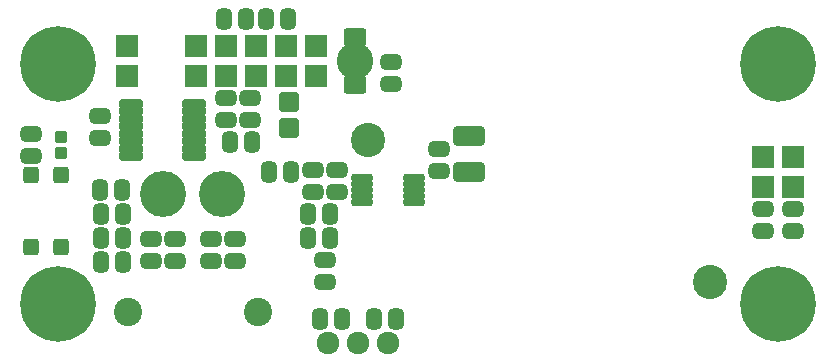
<source format=gbr>
%TF.GenerationSoftware,KiCad,Pcbnew,7.0.5.1-1-g8f565ef7f0-dirty-deb11*%
%TF.CreationDate,2023-07-10T01:46:30+00:00*%
%TF.ProjectId,VCAI2C02,56434149-3243-4303-922e-6b696361645f,rev?*%
%TF.SameCoordinates,Original*%
%TF.FileFunction,Soldermask,Bot*%
%TF.FilePolarity,Negative*%
%FSLAX46Y46*%
G04 Gerber Fmt 4.6, Leading zero omitted, Abs format (unit mm)*
G04 Created by KiCad (PCBNEW 7.0.5.1-1-g8f565ef7f0-dirty-deb11) date 2023-07-10 01:46:30*
%MOMM*%
%LPD*%
G01*
G04 APERTURE LIST*
G04 Aperture macros list*
%AMRoundRect*
0 Rectangle with rounded corners*
0 $1 Rounding radius*
0 $2 $3 $4 $5 $6 $7 $8 $9 X,Y pos of 4 corners*
0 Add a 4 corners polygon primitive as box body*
4,1,4,$2,$3,$4,$5,$6,$7,$8,$9,$2,$3,0*
0 Add four circle primitives for the rounded corners*
1,1,$1+$1,$2,$3*
1,1,$1+$1,$4,$5*
1,1,$1+$1,$6,$7*
1,1,$1+$1,$8,$9*
0 Add four rect primitives between the rounded corners*
20,1,$1+$1,$2,$3,$4,$5,0*
20,1,$1+$1,$4,$5,$6,$7,0*
20,1,$1+$1,$6,$7,$8,$9,0*
20,1,$1+$1,$8,$9,$2,$3,0*%
G04 Aperture macros list end*
%ADD10RoundRect,0.200000X0.762000X-0.762000X0.762000X0.762000X-0.762000X0.762000X-0.762000X-0.762000X0*%
%ADD11C,6.400000*%
%ADD12C,1.924000*%
%ADD13C,2.900000*%
%ADD14C,3.900000*%
%ADD15C,2.400000*%
%ADD16RoundRect,0.200000X0.450000X0.500000X-0.450000X0.500000X-0.450000X-0.500000X0.450000X-0.500000X0*%
%ADD17RoundRect,0.200000X-0.625000X0.625000X-0.625000X-0.625000X0.625000X-0.625000X0.625000X0.625000X0*%
%ADD18RoundRect,0.200000X0.800000X0.205000X-0.800000X0.205000X-0.800000X-0.205000X0.800000X-0.205000X0*%
%ADD19RoundRect,0.200000X-0.700000X-0.150000X0.700000X-0.150000X0.700000X0.150000X-0.700000X0.150000X0*%
%ADD20RoundRect,0.450000X0.925000X-0.412500X0.925000X0.412500X-0.925000X0.412500X-0.925000X-0.412500X0*%
%ADD21RoundRect,0.443750X-0.456250X0.243750X-0.456250X-0.243750X0.456250X-0.243750X0.456250X0.243750X0*%
%ADD22RoundRect,0.443750X0.456250X-0.243750X0.456250X0.243750X-0.456250X0.243750X-0.456250X-0.243750X0*%
%ADD23C,3.100000*%
%ADD24RoundRect,0.200000X0.750000X-0.525000X0.750000X0.525000X-0.750000X0.525000X-0.750000X-0.525000X0*%
%ADD25RoundRect,0.200000X0.350000X-0.300000X0.350000X0.300000X-0.350000X0.300000X-0.350000X-0.300000X0*%
%ADD26RoundRect,0.443750X0.243750X0.456250X-0.243750X0.456250X-0.243750X-0.456250X0.243750X-0.456250X0*%
%ADD27RoundRect,0.443750X-0.243750X-0.456250X0.243750X-0.456250X0.243750X0.456250X-0.243750X0.456250X0*%
G04 APERTURE END LIST*
D10*
%TO.C,J4*%
X11684000Y-1016000D03*
X11684000Y1524000D03*
X14224000Y-1016000D03*
X14224000Y1524000D03*
X16764000Y-1016000D03*
X16764000Y1524000D03*
X19304000Y-1016000D03*
X19304000Y1524000D03*
X21844000Y-1016000D03*
X21844000Y1524000D03*
%TD*%
%TO.C,J5*%
X5842000Y-1016000D03*
X5842000Y1524000D03*
%TD*%
%TO.C,J6*%
X59690000Y-10414000D03*
X59690000Y-7874000D03*
X62230000Y-10414000D03*
X62230000Y-7874000D03*
%TD*%
D11*
%TO.C,MH1*%
X60960000Y0D03*
%TD*%
%TO.C,MH2*%
X0Y-20320000D03*
%TD*%
%TO.C,MH3*%
X60960000Y-20320000D03*
%TD*%
%TO.C,MH4*%
X0Y0D03*
%TD*%
D12*
%TO.C,TR1*%
X22860000Y-23622000D03*
X25400000Y-23622000D03*
X27940000Y-23622000D03*
D13*
X26240000Y-6422000D03*
X55240000Y-18422000D03*
%TD*%
D14*
%TO.C,J1*%
X13930000Y-11002000D03*
X8930000Y-11002000D03*
D15*
X16930000Y-21002000D03*
X5930000Y-21002000D03*
%TD*%
D16*
%TO.C,D3*%
X-2286000Y-9406000D03*
X254000Y-9406000D03*
X-2286000Y-15486000D03*
X254000Y-15486000D03*
%TD*%
D17*
%TO.C,L1*%
X19558000Y-3218000D03*
X19558000Y-5418000D03*
%TD*%
D18*
%TO.C,U1*%
X11544300Y-3365500D03*
X11544300Y-4000500D03*
X11544300Y-4635500D03*
X11544300Y-5270500D03*
X11544300Y-5905500D03*
X11544300Y-6540500D03*
X11544300Y-7175500D03*
X11544300Y-7810500D03*
X6235700Y-7810500D03*
X6235700Y-7175500D03*
X6235700Y-6540500D03*
X6235700Y-5905500D03*
X6235700Y-5270500D03*
X6235700Y-4635500D03*
X6235700Y-4000500D03*
X6235700Y-3365500D03*
%TD*%
D19*
%TO.C,U2*%
X25740000Y-11668000D03*
X25740000Y-11168000D03*
X25740000Y-10668000D03*
X25740000Y-10168000D03*
X25740000Y-9668000D03*
X30140000Y-9668000D03*
X30140000Y-10168000D03*
X30140000Y-10668000D03*
X30140000Y-11168000D03*
X30140000Y-11668000D03*
%TD*%
D20*
%TO.C,C11*%
X34798000Y-9157500D03*
X34798000Y-6082500D03*
%TD*%
D21*
%TO.C,R1*%
X14986000Y-14810500D03*
X14986000Y-16685500D03*
%TD*%
%TO.C,R7*%
X12954000Y-14810500D03*
X12954000Y-16685500D03*
%TD*%
D22*
%TO.C,R8*%
X9906000Y-16685500D03*
X9906000Y-14810500D03*
%TD*%
D23*
%TO.C,D2*%
X25146000Y254000D03*
D24*
X25146000Y2254000D03*
X25146000Y-1746000D03*
%TD*%
D25*
%TO.C,D1*%
X254000Y-6158000D03*
X254000Y-7558000D03*
%TD*%
D22*
%TO.C,C3*%
X3556000Y-6271500D03*
X3556000Y-4396500D03*
%TD*%
D21*
%TO.C,C4*%
X14224000Y-2872500D03*
X14224000Y-4747500D03*
%TD*%
%TO.C,C5*%
X16256000Y-2872500D03*
X16256000Y-4747500D03*
%TD*%
D26*
%TO.C,C6*%
X16431500Y-6604000D03*
X14556500Y-6604000D03*
%TD*%
%TO.C,C7*%
X23035500Y-14732000D03*
X21160500Y-14732000D03*
%TD*%
D21*
%TO.C,C8*%
X21590000Y-8968500D03*
X21590000Y-10843500D03*
%TD*%
D26*
%TO.C,C9*%
X28623500Y-21590000D03*
X26748500Y-21590000D03*
%TD*%
D22*
%TO.C,C10*%
X32258000Y-9065500D03*
X32258000Y-7190500D03*
%TD*%
D27*
%TO.C,R3*%
X3634500Y-16764000D03*
X5509500Y-16764000D03*
%TD*%
D26*
%TO.C,R10*%
X15923500Y3810000D03*
X14048500Y3810000D03*
%TD*%
D21*
%TO.C,R11*%
X-2286000Y-5920500D03*
X-2286000Y-7795500D03*
%TD*%
D27*
%TO.C,R12*%
X17604500Y3810000D03*
X19479500Y3810000D03*
%TD*%
D22*
%TO.C,R13*%
X28194000Y-1699500D03*
X28194000Y175500D03*
%TD*%
D27*
%TO.C,R14*%
X22176500Y-21590000D03*
X24051500Y-21590000D03*
%TD*%
D21*
%TO.C,R15*%
X22606000Y-16588500D03*
X22606000Y-18463500D03*
%TD*%
D26*
%TO.C,R16*%
X19733500Y-9144000D03*
X17858500Y-9144000D03*
%TD*%
D27*
%TO.C,R17*%
X21160500Y-12700000D03*
X23035500Y-12700000D03*
%TD*%
D22*
%TO.C,R18*%
X23622000Y-10843500D03*
X23622000Y-8968500D03*
%TD*%
D21*
%TO.C,R22*%
X59690000Y-12270500D03*
X59690000Y-14145500D03*
%TD*%
%TO.C,R24*%
X62230000Y-12270500D03*
X62230000Y-14145500D03*
%TD*%
D22*
%TO.C,R2*%
X7874000Y-16685500D03*
X7874000Y-14810500D03*
%TD*%
D26*
%TO.C,R6*%
X5509500Y-12700000D03*
X3634500Y-12700000D03*
%TD*%
D27*
%TO.C,R5*%
X3634500Y-14732000D03*
X5509500Y-14732000D03*
%TD*%
D26*
%TO.C,R4*%
X5459510Y-10675708D03*
X3584510Y-10675708D03*
%TD*%
M02*

</source>
